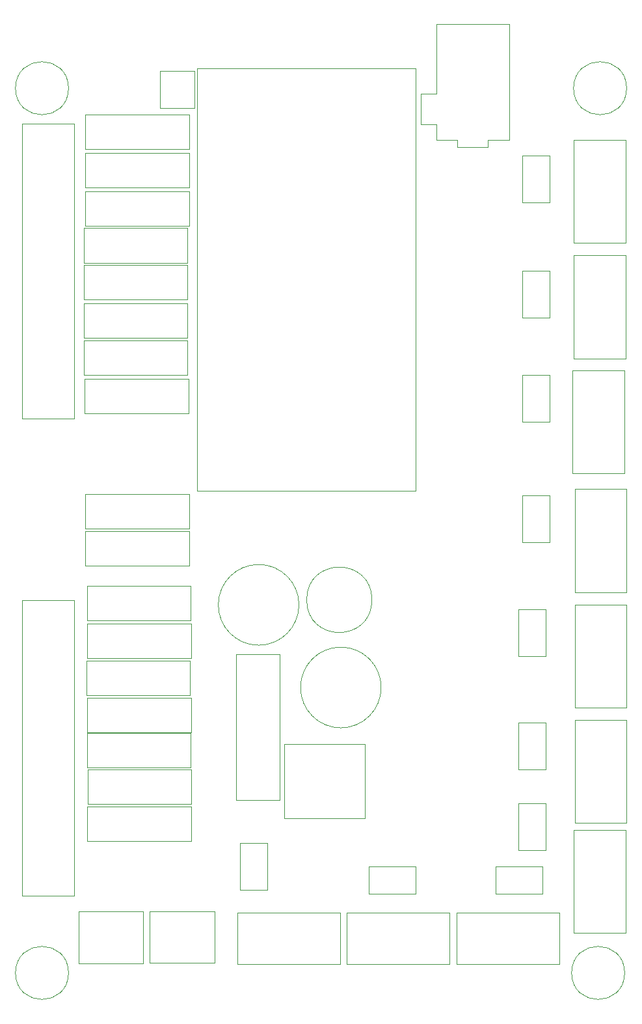
<source format=gbr>
%TF.GenerationSoftware,KiCad,Pcbnew,7.0.6*%
%TF.CreationDate,2023-07-24T15:49:14+01:00*%
%TF.ProjectId,new_board2,6e65775f-626f-4617-9264-322e6b696361,rev?*%
%TF.SameCoordinates,Original*%
%TF.FileFunction,Other,User*%
%FSLAX46Y46*%
G04 Gerber Fmt 4.6, Leading zero omitted, Abs format (unit mm)*
G04 Created by KiCad (PCBNEW 7.0.6) date 2023-07-24 15:49:14*
%MOMM*%
%LPD*%
G01*
G04 APERTURE LIST*
%ADD10C,0.050000*%
G04 APERTURE END LIST*
D10*
%TO.C,H4*%
X215540000Y-160020000D02*
G75*
G03*
X215540000Y-160020000I-3450000J0D01*
G01*
%TO.C,H3*%
X143150000Y-160020000D02*
G75*
G03*
X143150000Y-160020000I-3450000J0D01*
G01*
%TO.C,H2*%
X215794000Y-44958000D02*
G75*
G03*
X215794000Y-44958000I-3450000J0D01*
G01*
%TO.C,H1*%
X143150000Y-44958000D02*
G75*
G03*
X143150000Y-44958000I-3450000J0D01*
G01*
%TO.C,P13*%
X208950000Y-141450000D02*
X208950000Y-154850000D01*
X208950000Y-154850000D02*
X215700000Y-154850000D01*
X215700000Y-154850000D02*
X215700000Y-141450000D01*
X215700000Y-141450000D02*
X208950000Y-141450000D01*
%TO.C,P16*%
X208950000Y-66700000D02*
X208950000Y-80100000D01*
X208950000Y-80100000D02*
X215700000Y-80100000D01*
X215700000Y-80100000D02*
X215700000Y-66700000D01*
X215700000Y-66700000D02*
X208950000Y-66700000D01*
%TO.C,P15*%
X208950000Y-51700000D02*
X208950000Y-65100000D01*
X208950000Y-65100000D02*
X215700000Y-65100000D01*
X215700000Y-65100000D02*
X215700000Y-51700000D01*
X215700000Y-51700000D02*
X208950000Y-51700000D01*
%TO.C,P14*%
X209050000Y-112100000D02*
X209050000Y-125500000D01*
X209050000Y-125500000D02*
X215800000Y-125500000D01*
X215800000Y-125500000D02*
X215800000Y-112100000D01*
X215800000Y-112100000D02*
X209050000Y-112100000D01*
%TO.C,P12*%
X209050000Y-97100000D02*
X209050000Y-110500000D01*
X209050000Y-110500000D02*
X215800000Y-110500000D01*
X215800000Y-110500000D02*
X215800000Y-97100000D01*
X215800000Y-97100000D02*
X209050000Y-97100000D01*
%TO.C,P11*%
X178550000Y-158900000D02*
X178550000Y-152150000D01*
X165150000Y-158900000D02*
X178550000Y-158900000D01*
X165150000Y-152150000D02*
X165150000Y-158900000D01*
X178550000Y-152150000D02*
X165150000Y-152150000D01*
%TO.C,P10*%
X207050000Y-158900000D02*
X207050000Y-152150000D01*
X193650000Y-158900000D02*
X207050000Y-158900000D01*
X193650000Y-152150000D02*
X193650000Y-158900000D01*
X207050000Y-152150000D02*
X193650000Y-152150000D01*
%TO.C,P8*%
X192750000Y-158900000D02*
X192750000Y-152150000D01*
X179350000Y-158900000D02*
X192750000Y-158900000D01*
X179350000Y-152150000D02*
X179350000Y-158900000D01*
X192750000Y-152150000D02*
X179350000Y-152150000D01*
%TO.C,P7*%
X209050000Y-127100000D02*
X209050000Y-140500000D01*
X209050000Y-140500000D02*
X215800000Y-140500000D01*
X215800000Y-140500000D02*
X215800000Y-127100000D01*
X215800000Y-127100000D02*
X209050000Y-127100000D01*
%TO.C,P6*%
X208750000Y-81650000D02*
X208750000Y-95050000D01*
X208750000Y-95050000D02*
X215500000Y-95050000D01*
X215500000Y-95050000D02*
X215500000Y-81650000D01*
X215500000Y-81650000D02*
X208750000Y-81650000D01*
%TO.C,P22*%
X205275000Y-133550000D02*
X201725000Y-133550000D01*
X205275000Y-127450000D02*
X205275000Y-133550000D01*
X201725000Y-133550000D02*
X201725000Y-127450000D01*
X201725000Y-127450000D02*
X205275000Y-127450000D01*
%TO.C,P21*%
X205275000Y-144050000D02*
X201725000Y-144050000D01*
X205275000Y-137950000D02*
X205275000Y-144050000D01*
X201725000Y-144050000D02*
X201725000Y-137950000D01*
X201725000Y-137950000D02*
X205275000Y-137950000D01*
%TO.C,P20*%
X205300000Y-118840000D02*
X201750000Y-118840000D01*
X205300000Y-112740000D02*
X205300000Y-118840000D01*
X201750000Y-118840000D02*
X201750000Y-112740000D01*
X201750000Y-112740000D02*
X205300000Y-112740000D01*
%TO.C,P19*%
X188340000Y-146200000D02*
X188340000Y-149750000D01*
X182240000Y-146200000D02*
X188340000Y-146200000D01*
X188340000Y-149750000D02*
X182240000Y-149750000D01*
X182240000Y-149750000D02*
X182240000Y-146200000D01*
%TO.C,P18*%
X205775000Y-104050000D02*
X202225000Y-104050000D01*
X205775000Y-97950000D02*
X205775000Y-104050000D01*
X202225000Y-104050000D02*
X202225000Y-97950000D01*
X202225000Y-97950000D02*
X205775000Y-97950000D01*
%TO.C,P17*%
X169000000Y-149200000D02*
X165450000Y-149200000D01*
X169000000Y-143100000D02*
X169000000Y-149200000D01*
X165450000Y-149200000D02*
X165450000Y-143100000D01*
X165450000Y-143100000D02*
X169000000Y-143100000D01*
%TO.C,P9*%
X205800000Y-74800000D02*
X202250000Y-74800000D01*
X205800000Y-68700000D02*
X205800000Y-74800000D01*
X202250000Y-74800000D02*
X202250000Y-68700000D01*
X202250000Y-68700000D02*
X205800000Y-68700000D01*
%TO.C,P5*%
X198740000Y-149750000D02*
X198740000Y-146200000D01*
X204840000Y-149750000D02*
X198740000Y-149750000D01*
X198740000Y-146200000D02*
X204840000Y-146200000D01*
X204840000Y-146200000D02*
X204840000Y-149750000D01*
%TO.C,P4*%
X205800000Y-59800000D02*
X202250000Y-59800000D01*
X205800000Y-53700000D02*
X205800000Y-59800000D01*
X202250000Y-59800000D02*
X202250000Y-53700000D01*
X202250000Y-53700000D02*
X205800000Y-53700000D01*
%TO.C,P3*%
X205800000Y-88340000D02*
X202250000Y-88340000D01*
X205800000Y-82240000D02*
X205800000Y-88340000D01*
X202250000Y-88340000D02*
X202250000Y-82240000D01*
X202250000Y-82240000D02*
X205800000Y-82240000D01*
%TO.C,J7*%
X137100000Y-111550000D02*
X137100000Y-149950000D01*
X137100000Y-149950000D02*
X143850000Y-149950000D01*
X143850000Y-149950000D02*
X143850000Y-111550000D01*
X143850000Y-111550000D02*
X137100000Y-111550000D01*
%TO.C,J1*%
X143850000Y-49550000D02*
X137100000Y-49550000D01*
X143850000Y-87950000D02*
X143850000Y-49550000D01*
X137100000Y-87950000D02*
X143850000Y-87950000D01*
X137100000Y-49550000D02*
X137100000Y-87950000D01*
%TO.C,R10*%
X145350000Y-53350000D02*
X145350000Y-57850000D01*
X145350000Y-57850000D02*
X158850000Y-57850000D01*
X158850000Y-53350000D02*
X145350000Y-53350000D01*
X158850000Y-57850000D02*
X158850000Y-53350000D01*
%TO.C,R1*%
X158850000Y-52850000D02*
X158850000Y-48350000D01*
X158850000Y-48350000D02*
X145350000Y-48350000D01*
X145350000Y-52850000D02*
X158850000Y-52850000D01*
X145350000Y-48350000D02*
X145350000Y-52850000D01*
%TO.C,D1*%
X155050000Y-47540000D02*
X159550000Y-47540000D01*
X159550000Y-47540000D02*
X159550000Y-42690000D01*
X155050000Y-42690000D02*
X155050000Y-47540000D01*
X159550000Y-42690000D02*
X155050000Y-42690000D01*
%TO.C,R3*%
X159100000Y-119090000D02*
X159100000Y-114590000D01*
X159100000Y-114590000D02*
X145600000Y-114590000D01*
X145600000Y-119090000D02*
X159100000Y-119090000D01*
X145600000Y-114590000D02*
X145600000Y-119090000D01*
%TO.C,R5*%
X159150000Y-138052000D02*
X159150000Y-133552000D01*
X159150000Y-133552000D02*
X145650000Y-133552000D01*
X145650000Y-138052000D02*
X159150000Y-138052000D01*
X145650000Y-133552000D02*
X145650000Y-138052000D01*
%TO.C,R16*%
X158750000Y-87250000D02*
X158750000Y-82750000D01*
X158750000Y-82750000D02*
X145250000Y-82750000D01*
X145250000Y-87250000D02*
X158750000Y-87250000D01*
X145250000Y-82750000D02*
X145250000Y-87250000D01*
%TO.C,R12*%
X158850000Y-62850000D02*
X158850000Y-58350000D01*
X158850000Y-58350000D02*
X145350000Y-58350000D01*
X145350000Y-62850000D02*
X158850000Y-62850000D01*
X145350000Y-58350000D02*
X145350000Y-62850000D01*
%TO.C,R2*%
X159050000Y-133302000D02*
X159050000Y-128802000D01*
X159050000Y-128802000D02*
X145550000Y-128802000D01*
X145550000Y-133302000D02*
X159050000Y-133302000D01*
X145550000Y-128802000D02*
X145550000Y-133302000D01*
%TO.C,R13*%
X158650000Y-77450000D02*
X158650000Y-72950000D01*
X158650000Y-72950000D02*
X145150000Y-72950000D01*
X145150000Y-77450000D02*
X158650000Y-77450000D01*
X145150000Y-72950000D02*
X145150000Y-77450000D01*
%TO.C,P1*%
X153750000Y-152000000D02*
X153750000Y-158750000D01*
X153750000Y-158750000D02*
X162150000Y-158750000D01*
X162150000Y-152000000D02*
X153750000Y-152000000D01*
X162150000Y-158750000D02*
X162150000Y-152000000D01*
%TO.C,L1*%
X173150000Y-112150000D02*
G75*
G03*
X173150000Y-112150000I-5250000J0D01*
G01*
%TO.C,R9*%
X145350000Y-102550000D02*
X145350000Y-107050000D01*
X145350000Y-107050000D02*
X158850000Y-107050000D01*
X158850000Y-102550000D02*
X145350000Y-102550000D01*
X158850000Y-107050000D02*
X158850000Y-102550000D01*
%TO.C,C2*%
X182650000Y-111500000D02*
G75*
G03*
X182650000Y-111500000I-4250000J0D01*
G01*
%TO.C,R6*%
X158968000Y-123916000D02*
X158968000Y-119416000D01*
X158968000Y-119416000D02*
X145468000Y-119416000D01*
X145468000Y-123916000D02*
X158968000Y-123916000D01*
X145468000Y-119416000D02*
X145468000Y-123916000D01*
%TO.C,CON1*%
X191007500Y-36650000D02*
X200507500Y-36650000D01*
X191007500Y-45650000D02*
X191007500Y-36650000D01*
X189007500Y-45650000D02*
X191007500Y-45650000D01*
X191007500Y-49650000D02*
X189007500Y-49650000D01*
X189007500Y-49650000D02*
X189007500Y-45650000D01*
X200507500Y-51650000D02*
X200507500Y-36650000D01*
X200257500Y-51650000D02*
X200507500Y-51650000D01*
X200257500Y-51650000D02*
X197757500Y-51650000D01*
X197757500Y-51650000D02*
X197757500Y-52650000D01*
X193757500Y-51650000D02*
X191007500Y-51650000D01*
X191007500Y-51650000D02*
X191007500Y-49650000D01*
X197757500Y-52650000D02*
X193757500Y-52650000D01*
X193757500Y-52650000D02*
X193757500Y-51650000D01*
%TO.C,R15*%
X158650000Y-82250000D02*
X158650000Y-77750000D01*
X158650000Y-77750000D02*
X145150000Y-77750000D01*
X145150000Y-82250000D02*
X158650000Y-82250000D01*
X145150000Y-77750000D02*
X145150000Y-82250000D01*
%TO.C,C1*%
X183850000Y-122900000D02*
G75*
G03*
X183850000Y-122900000I-5250000J0D01*
G01*
%TO.C,R7*%
X159100000Y-142878000D02*
X159100000Y-138378000D01*
X159100000Y-138378000D02*
X145600000Y-138378000D01*
X145600000Y-142878000D02*
X159100000Y-142878000D01*
X145600000Y-138378000D02*
X145600000Y-142878000D01*
%TO.C,U1*%
X181750000Y-139900000D02*
X181750000Y-130300000D01*
X181750000Y-130300000D02*
X171250000Y-130300000D01*
X171250000Y-139900000D02*
X181750000Y-139900000D01*
X171250000Y-130300000D02*
X171250000Y-139900000D01*
%TO.C,R8*%
X158850000Y-102250000D02*
X158850000Y-97750000D01*
X158850000Y-97750000D02*
X145350000Y-97750000D01*
X145350000Y-102250000D02*
X158850000Y-102250000D01*
X145350000Y-97750000D02*
X145350000Y-102250000D01*
%TO.C,P2*%
X144450000Y-152050000D02*
X144450000Y-158800000D01*
X144450000Y-158800000D02*
X152850000Y-158800000D01*
X152850000Y-152050000D02*
X144450000Y-152050000D01*
X152850000Y-158800000D02*
X152850000Y-152050000D01*
%TO.C,R17*%
X159050000Y-114200000D02*
X159050000Y-109700000D01*
X159050000Y-109700000D02*
X145550000Y-109700000D01*
X145550000Y-114200000D02*
X159050000Y-114200000D01*
X145550000Y-109700000D02*
X145550000Y-114200000D01*
%TO.C,R11*%
X158650000Y-72450000D02*
X158650000Y-67950000D01*
X158650000Y-67950000D02*
X145150000Y-67950000D01*
X145150000Y-72450000D02*
X158650000Y-72450000D01*
X145150000Y-67950000D02*
X145150000Y-72450000D01*
%TO.C,R4*%
X159100000Y-128742000D02*
X159100000Y-124242000D01*
X159100000Y-124242000D02*
X145600000Y-124242000D01*
X145600000Y-128742000D02*
X159100000Y-128742000D01*
X145600000Y-124242000D02*
X145600000Y-128742000D01*
%TO.C,U2*%
X188300000Y-97310000D02*
X159900000Y-97310000D01*
X188300000Y-42410000D02*
X188300000Y-97310000D01*
X159900000Y-97310000D02*
X159900000Y-42410000D01*
X159900000Y-42410000D02*
X188300000Y-42410000D01*
%TO.C,R14*%
X158650000Y-67650000D02*
X158650000Y-63150000D01*
X158650000Y-63150000D02*
X145150000Y-63150000D01*
X145150000Y-67650000D02*
X158650000Y-67650000D01*
X145150000Y-63150000D02*
X145150000Y-67650000D01*
%TO.C,D2*%
X170650000Y-118580000D02*
X164950000Y-118580000D01*
X164950000Y-118580000D02*
X164950000Y-137520000D01*
X170650000Y-137520000D02*
X170650000Y-118580000D01*
X164950000Y-137520000D02*
X170650000Y-137520000D01*
%TD*%
M02*

</source>
